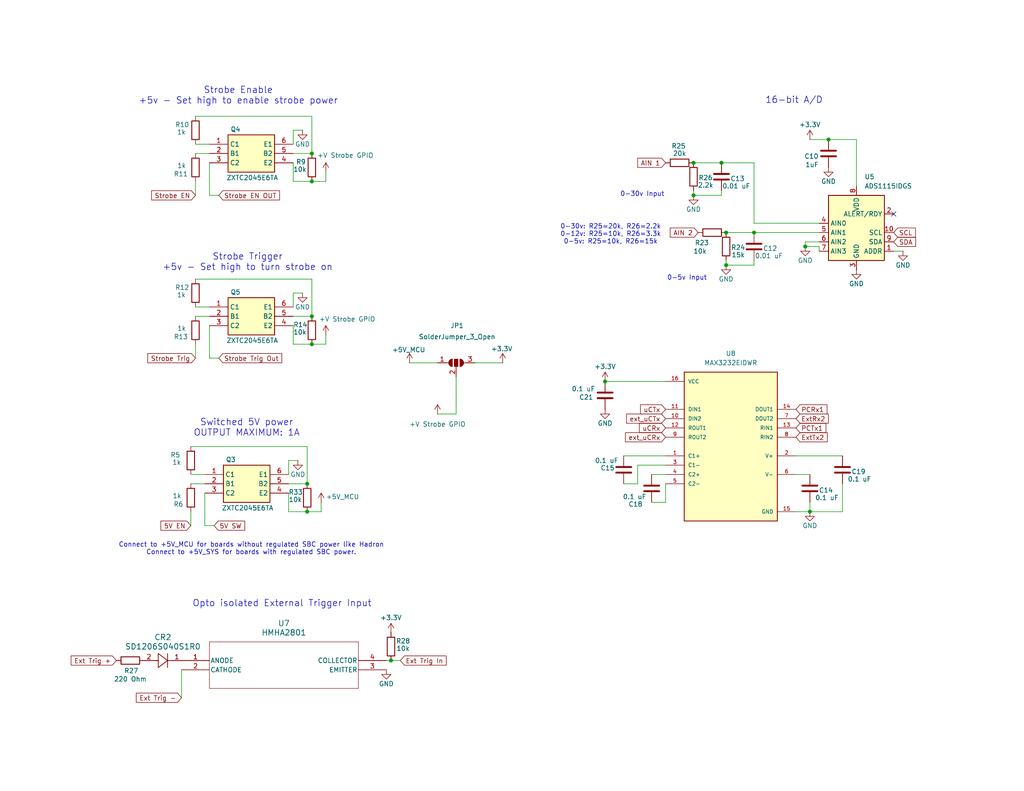
<source format=kicad_sch>
(kicad_sch (version 20250114) (generator "eeschema") (generator_version "9.0")
  (paper "USLetter")
  (title_block (title "Camtrawl Power and Control Board") (rev "3.0") (company "NOAA NMFS AFSC MACE") (comment 1 "rick.towler@noaa.gov") (comment 2 "Rick Towler"))
  (lib_symbols
    (symbol "+5V_MCU_1" (power) (pin_numbers (hide yes)) (pin_names (offset 0) (hide yes))
      (property "Value" "+5V_MCU" (at 0 3.556 0))
      (symbol "+5V_MCU_1_0_1"
        (polyline (pts (xy -0.762 1.27) (xy 0 2.54)))
        (polyline (pts (xy 0 2.54) (xy 0.762 1.27)))
        (polyline (pts (xy 0 0) (xy 0 2.54)))
      )
      (symbol "+5V_MCU_1_1_1"
        (pin power_in line (at 0 0 90) (length 0) (name "~") (number "1"))
      )
    )
    (symbol "+5V_MCU_2" (power) (pin_numbers (hide yes)) (pin_names (offset 0) (hide yes))
      (property "Value" "+5V_MCU" (at 0 3.556 0))
      (symbol "+5V_MCU_2_0_1"
        (polyline (pts (xy -0.762 1.27) (xy 0 2.54)))
        (polyline (pts (xy 0 2.54) (xy 0.762 1.27)))
        (polyline (pts (xy 0 0) (xy 0 2.54)))
      )
      (symbol "+5V_MCU_2_1_1"
        (pin power_in line (at 0 0 90) (length 0) (name "~") (number "1"))
      )
    )
    (symbol "Analog_ADC:ADS1115IDGS"
      (property "Reference" "U" (at 2.54 13.97 0))
      (property "Value" "ADS1115IDGS" (at 7.62 11.43 0))
      (symbol "ADS1115IDGS_0_1"
        (rectangle (start -7.62 10.16) (end 7.62 -7.62) (stroke (width 0.254)) (fill (type background)))
      )
      (symbol "ADS1115IDGS_1_1"
        (pin input line (at -10.16 2.54 0) (length 2.54) (name "AIN0") (number "4"))
        (pin input line (at -10.16 0 0) (length 2.54) (name "AIN1") (number "5"))
        (pin input line (at -10.16 -2.54 0) (length 2.54) (name "AIN2") (number "6"))
        (pin input line (at -10.16 -5.08 0) (length 2.54) (name "AIN3") (number "7"))
        (pin power_in line (at 0 12.7 270) (length 2.54) (name "VDD") (number "8"))
        (pin power_in line (at 0 -10.16 90) (length 2.54) (name "GND") (number "3"))
        (pin output line (at 10.16 5.08 180) (length 2.54) (name "ALERT/RDY") (number "2"))
        (pin input line (at 10.16 0 180) (length 2.54) (name "SCL") (number "10"))
        (pin bidirectional line (at 10.16 -2.54 180) (length 2.54) (name "SDA") (number "9"))
        (pin input line (at 10.16 -5.08 180) (length 2.54) (name "ADDR") (number "1"))
      )
    )
    (symbol "Device:C" (pin_numbers (hide yes)) (pin_names (offset 0.254))
      (property "Reference" "C" (at 0.635 2.54 0))
      (property "Value" "C" (at 0.635 -2.54 0))
      (symbol "C_0_1"
        (polyline (pts (xy -2.032 0.762) (xy 2.032 0.762)) (stroke (width 0.508)))
        (polyline (pts (xy -2.032 -0.762) (xy 2.032 -0.762)) (stroke (width 0.508)))
      )
      (symbol "C_1_1"
        (pin passive line (at 0 3.81 270) (length 2.794) (name "~") (number "1"))
        (pin passive line (at 0 -3.81 90) (length 2.794) (name "~") (number "2"))
      )
    )
    (symbol "Device:R" (pin_numbers (hide yes)) (pin_names (offset 0))
      (property "Reference" "R" (at 2.032 0 90))
      (property "Value" "R" (at 0 0 90))
      (symbol "R_0_1"
        (rectangle (start -1.016 -2.54) (end 1.016 2.54) (stroke (width 0.254)))
      )
      (symbol "R_1_1"
        (pin passive line (at 0 3.81 270) (length 1.27) (name "~") (number "1"))
        (pin passive line (at 0 -3.81 90) (length 1.27) (name "~") (number "2"))
      )
    )
    (symbol "Jumper:SolderJumper_3_Open" (pin_names (offset 0) (hide yes)) (exclude_from_sim yes) (in_bom no)
      (property "Reference" "JP" (at -2.54 -2.54 0))
      (property "Value" "SolderJumper_3_Open" (at 0 2.794 0))
      (symbol "SolderJumper_3_Open_0_1"
        (polyline (pts (xy -2.54 0) (xy -2.032 0)))
        (polyline (pts (xy -1.016 1.016) (xy -1.016 -1.016)))
        (arc (start -1.016 -1.016) (mid -2.0276 0) (end -1.016 1.016))
        (arc (start -1.016 -1.016) (mid -2.0276 0) (end -1.016 1.016) (fill (type outline)))
        (rectangle (start -0.508 1.016) (end 0.508 -1.016) (fill (type outline)))
        (polyline (pts (xy 0 -1.27) (xy 0 -1.016)))
        (arc (start 1.016 1.016) (mid 2.0276 0) (end 1.016 -1.016))
        (arc (start 1.016 1.016) (mid 2.0276 0) (end 1.016 -1.016) (fill (type outline)))
        (polyline (pts (xy 1.016 1.016) (xy 1.016 -1.016)))
        (polyline (pts (xy 2.54 0) (xy 2.032 0)))
      )
      (symbol "SolderJumper_3_Open_1_1"
        (pin passive line (at -5.08 0 0) (length 2.54) (name "A") (number "1"))
        (pin passive line (at 0 -3.81 90) (length 2.54) (name "C") (number "2"))
        (pin passive line (at 5.08 0 180) (length 2.54) (name "B") (number "3"))
      )
    )
    (symbol "Ricks_symbols:+V Strobe GPIO" (power) (pin_numbers (hide yes)) (pin_names (offset 0) (hide yes))
      (property "Value" "+V Strobe GPIO" (at 0 3.556 0))
      (symbol "+V Strobe GPIO_0_1"
        (polyline (pts (xy -0.762 1.27) (xy 0 2.54)))
        (polyline (pts (xy 0 2.54) (xy 0.762 1.27)))
        (polyline (pts (xy 0 0) (xy 0 2.54)))
      )
      (symbol "+V Strobe GPIO_1_1"
        (pin power_in line (at 0 0 90) (length 0) (name "~") (number "1"))
      )
    )
    (symbol "Ricks_symbols:HMHA2801" (pin_names (offset 0.254))
      (property "Reference" "U" (at 27.94 10.16 0))
      (property "Value" "HMHA2801" (at 27.94 7.62 0))
      (symbol "HMHA2801_0_1"
        (polyline (pts (xy 7.62 5.08) (xy 7.62 -7.62)) (stroke (width 0.127)))
        (polyline (pts (xy 7.62 -7.62) (xy 48.26 -7.62)) (stroke (width 0.127)))
        (polyline (pts (xy 48.26 5.08) (xy 7.62 5.08)) (stroke (width 0.127)))
        (polyline (pts (xy 48.26 -7.62) (xy 48.26 5.08)) (stroke (width 0.127)))
        (pin unspecified line (at 0 0 0) (length 7.62) (name "ANODE") (number "1"))
        (pin unspecified line (at 0 -2.54 0) (length 7.62) (name "CATHODE") (number "2"))
        (pin unspecified line (at 55.88 0 180) (length 7.62) (name "COLLECTOR") (number "4"))
        (pin unspecified line (at 55.88 -2.54 180) (length 7.62) (name "EMITTER") (number "3"))
      )
    )
    (symbol "Ricks_symbols:MAX3232EIPWR" (pin_names (offset 1.016))
      (property "Reference" "U" (at -12.7 21.59 0))
      (property "Value" "MAX3232EIPWR" (at -12.7 -22.86 0))
      (symbol "MAX3232EIPWR_0_0"
        (rectangle (start -12.7 -20.32) (end 12.7 20.32) (stroke (width 0.254)) (fill (type background)))
        (pin power_in line (at -17.78 17.78 0) (length 5.08) (name "VCC") (number "16"))
        (pin input line (at -17.78 10.16 0) (length 5.08) (name "DIN1") (number "11"))
        (pin input line (at -17.78 7.62 0) (length 5.08) (name "DIN2") (number "10"))
        (pin output line (at -17.78 5.08 0) (length 5.08) (name "ROUT1") (number "12"))
        (pin output line (at -17.78 2.54 0) (length 5.08) (name "ROUT2") (number "9"))
        (pin passive line (at -17.78 -2.54 0) (length 5.08) (name "C1+") (number "1"))
        (pin passive line (at -17.78 -5.08 0) (length 5.08) (name "C1-") (number "3"))
        (pin passive line (at -17.78 -7.62 0) (length 5.08) (name "C2+") (number "4"))
        (pin passive line (at -17.78 -10.16 0) (length 5.08) (name "C2-") (number "5"))
        (pin output line (at 17.78 10.16 180) (length 5.08) (name "DOUT1") (number "14"))
        (pin output line (at 17.78 7.62 180) (length 5.08) (name "DOUT2") (number "7"))
        (pin input line (at 17.78 5.08 180) (length 5.08) (name "RIN1") (number "13"))
        (pin input line (at 17.78 2.54 180) (length 5.08) (name "RIN2") (number "8"))
        (pin output line (at 17.78 -2.54 180) (length 5.08) (name "V+") (number "2"))
        (pin output line (at 17.78 -7.62 180) (length 5.08) (name "V-") (number "6"))
        (pin power_in line (at 17.78 -17.78 180) (length 5.08) (name "GND") (number "15"))
      )
    )
    (symbol "Ricks_symbols:SD1206S040S1R0" (pin_names (offset 0.254))
      (property "Reference" "CR" (at 5.08 4.445 0))
      (property "Value" "SD1206S040S1R0" (at 5.08 -3.81 0))
      (symbol "SD1206S040S1R0_1_1"
        (polyline (pts (xy 2.54 0) (xy 3.4798 0)) (stroke (width 0.2032)))
        (polyline (pts (xy 3.175 0) (xy 3.81 0)) (stroke (width 0.2032)))
        (polyline (pts (xy 3.81 1.905) (xy 3.81 -1.905)) (stroke (width 0.2032)))
        (polyline (pts (xy 3.81 -1.905) (xy 6.35 0)) (stroke (width 0.2032)))
        (polyline (pts (xy 6.35 0) (xy 3.81 1.905)) (stroke (width 0.2032)))
        (polyline (pts (xy 6.35 0) (xy 7.62 0)) (stroke (width 0.2032)))
        (polyline (pts (xy 6.35 -1.905) (xy 6.35 1.905)) (stroke (width 0.2032)))
        (pin unspecified line (at 0 0 0) (length 2.54) (name "") (number "2"))
        (pin unspecified line (at 10.16 0 180) (length 2.54) (name "") (number "1"))
      )
      (symbol "SD1206S040S1R0_1_2"
        (polyline (pts (xy -1.905 3.81) (xy 1.905 3.81)) (stroke (width 0.2032)))
        (polyline (pts (xy 0 6.35) (xy -1.905 3.81)) (stroke (width 0.2032)))
        (polyline (pts (xy 0 6.35) (xy 0 7.62)) (stroke (width 0.2032)))
        (polyline (pts (xy 0 3.175) (xy 0 3.81)) (stroke (width 0.2032)))
        (polyline (pts (xy 0 2.54) (xy 0 3.4798)) (stroke (width 0.2032)))
        (polyline (pts (xy 1.905 6.35) (xy -1.905 6.35)) (stroke (width 0.2032)))
        (polyline (pts (xy 1.905 3.81) (xy 0 6.35)) (stroke (width 0.2032)))
        (pin unspecified line (at 0 10.16 270) (length 2.54) (name "") (number "1"))
        (pin unspecified line (at 0 0 90) (length 2.54) (name "") (number "2"))
      )
    )
    (symbol "Ricks_symbols:ZXTC2045E6TA"
      (property "Reference" "Q" (at 4.826 7.62 0))
      (property "Value" "ZXTC2045E6TA" (at 4.826 5.08 0))
      (symbol "ZXTC2045E6TA_1_1"
        (rectangle (start 5.08 2.54) (end 17.78 -7.62) (stroke (width 0.254)) (fill (type background)))
        (pin passive line (at 0 0 0) (length 5.08) (name "C1") (number "1"))
        (pin passive line (at 0 -2.54 0) (length 5.08) (name "B1") (number "2"))
        (pin passive line (at 0 -5.08 0) (length 5.08) (name "C2") (number "3"))
        (pin passive line (at 22.86 0 180) (length 5.08) (name "E1") (number "6"))
        (pin passive line (at 22.86 -2.54 180) (length 5.08) (name "B2") (number "5"))
        (pin passive line (at 22.86 -5.08 180) (length 5.08) (name "E2") (number "4"))
      )
    )
    (symbol "power:+3.3V" (power) (pin_numbers (hide yes)) (pin_names (offset 0) (hide yes))
      (property "Value" "+3.3V" (at 0 3.556 0))
      (symbol "+3.3V_0_1"
        (polyline (pts (xy -0.762 1.27) (xy 0 2.54)))
        (polyline (pts (xy 0 2.54) (xy 0.762 1.27)))
        (polyline (pts (xy 0 0) (xy 0 2.54)))
      )
      (symbol "+3.3V_1_1"
        (pin power_in line (at 0 0 90) (length 0) (name "~") (number "1"))
      )
    )
    (symbol "power:GND" (power) (pin_numbers (hide yes)) (pin_names (offset 0) (hide yes))
      (property "Value" "GND" (at 0 -3.81 0))
      (symbol "GND_0_1"
        (polyline (pts (xy 0 0) (xy 0 -1.27) (xy 1.27 -1.27) (xy 0 -2.54) (xy -1.27 -1.27) (xy 0 -1.27)))
      )
      (symbol "GND_1_1"
        (pin power_in line (at 0 0 270) (length 0) (name "~") (number "1"))
      )
    )
    (symbol "power:GNDA" (power) (pin_numbers (hide yes)) (pin_names (offset 0) (hide yes))
      (property "Value" "GNDA" (at 0 -3.81 0))
      (symbol "GNDA_0_1"
        (polyline (pts (xy 0 0) (xy 0 -1.27) (xy 1.27 -1.27) (xy 0 -2.54) (xy -1.27 -1.27) (xy 0 -1.27)))
      )
      (symbol "GNDA_1_1"
        (pin power_in line (at 0 0 270) (length 0) (name "~") (number "1"))
      )
    )
  )
  (text "Switched 5V power\nOUTPUT MAXIMUM: 1A" (at 67.31 116.84 0) (effects (font (size 1.778 1.778))))
  (text "0-30v: R25=20k, R26=2.2k\n0-12v: R25=10k, R26=3.3k\n0-5v: R25=10k, R26=15k" (at 166.624 64.008 0) (effects (font (size 1.27 1.27))))
  (text "Opto isolated External Trigger Input" (at 76.962 164.846 0) (effects (font (size 1.778 1.778))))
  (text "16-bit A/D" (at 216.662 27.432 0) (effects (font (size 1.778 1.778))))
  (text "Strobe Trigger\n+5v - Set high to turn strobe on" (at 67.564 71.628 0) (effects (font (size 1.778 1.778))))
  (text "Connect to +5V_MCU for boards without regulated SBC power like Hadron\nConnect to +5V_SYS for boards with regulated SBC power." (at 68.58 149.86 0) (effects (font (size 1.27 1.27))))
  (text "0-30v Input" (at 175.26 53.086 0) (effects (font (size 1.27 1.27))))
  (text "Strobe Enable\n+5v - Set high to enable strobe power" (at 65.024 26.162 0) (effects (font (size 1.778 1.778))))
  (text "0-5v Input" (at 187.452 75.946 0) (effects (font (size 1.27 1.27))))
  (junction (at 85.09 41.91))
  (junction (at 106.68 180.34))
  (junction (at 189.23 53.34))
  (junction (at 198.12 72.39))
  (junction (at 226.06 38.1))
  (junction (at 189.23 44.45))
  (junction (at 83.82 139.7))
  (junction (at 83.82 132.08))
  (junction (at 196.85 44.45))
  (junction (at 205.74 63.5))
  (junction (at 220.98 139.7))
  (junction (at 85.09 86.36))
  (junction (at 85.09 49.53))
  (junction (at 198.12 63.5))
  (junction (at 219.71 67.31))
  (junction (at 85.09 93.98))
  (junction (at 165.1 104.14))
  (no_connect (at 243.84 58.42))
  (wire (pts (xy 85.09 49.53) (xy 88.9 49.53)))
  (wire (pts (xy 223.52 66.04) (xy 219.71 66.04)))
  (wire (pts (xy 181.61 132.08) (xy 181.61 137.16)))
  (wire (pts (xy 223.52 67.31) (xy 219.71 67.31)))
  (wire (pts (xy 55.88 143.51) (xy 58.42 143.51)))
  (wire (pts (xy 217.17 129.54) (xy 220.98 129.54)))
  (wire (pts (xy 85.09 31.75) (xy 53.34 31.75)))
  (wire (pts (xy 223.52 68.58) (xy 223.52 67.31)))
  (wire (pts (xy 205.74 44.45) (xy 205.74 60.96)))
  (wire (pts (xy 85.09 86.36) (xy 85.09 76.2)))
  (wire (pts (xy 49.53 182.88) (xy 49.53 190.5)))
  (wire (pts (xy 229.87 132.08) (xy 229.87 139.7)))
  (wire (pts (xy 88.9 46.99) (xy 88.9 49.53)))
  (wire (pts (xy 220.98 38.1) (xy 226.06 38.1)))
  (wire (pts (xy 78.74 134.62) (xy 78.74 139.7)))
  (wire (pts (xy 80.01 39.37) (xy 80.01 35.56)))
  (wire (pts (xy 181.61 127) (xy 173.99 127)))
  (wire (pts (xy 53.34 93.98) (xy 53.34 97.79)))
  (wire (pts (xy 165.1 104.14) (xy 181.61 104.14)))
  (wire (pts (xy 57.15 97.79) (xy 59.69 97.79)))
  (wire (pts (xy 198.12 63.5) (xy 205.74 63.5)))
  (wire (pts (xy 111.76 99.06) (xy 119.38 99.06)))
  (wire (pts (xy 53.34 86.36) (xy 57.15 86.36)))
  (wire (pts (xy 217.17 124.46) (xy 229.87 124.46)))
  (wire (pts (xy 83.82 139.7) (xy 87.63 139.7)))
  (wire (pts (xy 83.82 121.92) (xy 52.07 121.92)))
  (wire (pts (xy 124.46 113.03) (xy 119.38 113.03)))
  (wire (pts (xy 85.09 93.98) (xy 88.9 93.98)))
  (wire (pts (xy 196.85 52.07) (xy 196.85 53.34)))
  (wire (pts (xy 53.34 83.82) (xy 57.15 83.82)))
  (wire (pts (xy 78.74 129.54) (xy 78.74 125.73)))
  (wire (pts (xy 78.74 139.7) (xy 83.82 139.7)))
  (wire (pts (xy 53.34 41.91) (xy 57.15 41.91)))
  (wire (pts (xy 124.46 102.87) (xy 124.46 113.03)))
  (wire (pts (xy 80.01 80.01) (xy 82.55 80.01)))
  (wire (pts (xy 88.9 91.44) (xy 88.9 93.98)))
  (wire (pts (xy 80.01 35.56) (xy 82.55 35.56)))
  (wire (pts (xy 205.74 71.12) (xy 205.74 72.39)))
  (wire (pts (xy 189.23 53.34) (xy 196.85 53.34)))
  (wire (pts (xy 57.15 44.45) (xy 57.15 53.34)))
  (wire (pts (xy 52.07 129.54) (xy 55.88 129.54)))
  (wire (pts (xy 189.23 44.45) (xy 196.85 44.45)))
  (wire (pts (xy 55.88 134.62) (xy 55.88 143.51)))
  (wire (pts (xy 80.01 44.45) (xy 80.01 49.53)))
  (wire (pts (xy 83.82 133.35) (xy 83.82 132.08)))
  (wire (pts (xy 52.07 132.08) (xy 55.88 132.08)))
  (wire (pts (xy 205.74 60.96) (xy 223.52 60.96)))
  (wire (pts (xy 53.34 39.37) (xy 57.15 39.37)))
  (wire (pts (xy 189.23 53.34) (xy 189.23 52.07)))
  (wire (pts (xy 52.07 139.7) (xy 52.07 143.51)))
  (wire (pts (xy 80.01 86.36) (xy 85.09 86.36)))
  (wire (pts (xy 109.22 180.34) (xy 106.68 180.34)))
  (wire (pts (xy 87.63 137.16) (xy 87.63 139.7)))
  (wire (pts (xy 85.09 76.2) (xy 53.34 76.2)))
  (wire (pts (xy 220.98 137.16) (xy 220.98 139.7)))
  (wire (pts (xy 137.16 99.06) (xy 129.54 99.06)))
  (wire (pts (xy 80.01 41.91) (xy 85.09 41.91)))
  (wire (pts (xy 217.17 139.7) (xy 220.98 139.7)))
  (wire (pts (xy 196.85 44.45) (xy 205.74 44.45)))
  (wire (pts (xy 57.15 88.9) (xy 57.15 97.79)))
  (wire (pts (xy 80.01 88.9) (xy 80.01 93.98)))
  (wire (pts (xy 170.18 132.08) (xy 173.99 132.08)))
  (wire (pts (xy 220.98 139.7) (xy 229.87 139.7)))
  (wire (pts (xy 80.01 49.53) (xy 85.09 49.53)))
  (wire (pts (xy 177.8 129.54) (xy 181.61 129.54)))
  (wire (pts (xy 106.68 180.34) (xy 105.41 180.34)))
  (wire (pts (xy 219.71 66.04) (xy 219.71 67.31)))
  (wire (pts (xy 80.01 93.98) (xy 85.09 93.98)))
  (wire (pts (xy 243.84 68.58) (xy 246.38 68.58)))
  (wire (pts (xy 85.09 41.91) (xy 85.09 31.75)))
  (wire (pts (xy 57.15 53.34) (xy 59.69 53.34)))
  (wire (pts (xy 173.99 127) (xy 173.99 132.08)))
  (wire (pts (xy 53.34 49.53) (xy 53.34 53.34)))
  (wire (pts (xy 177.8 137.16) (xy 181.61 137.16)))
  (wire (pts (xy 233.68 38.1) (xy 233.68 50.8)))
  (wire (pts (xy 83.82 132.08) (xy 83.82 121.92)))
  (wire (pts (xy 85.09 43.18) (xy 85.09 41.91)))
  (wire (pts (xy 198.12 72.39) (xy 198.12 71.12)))
  (wire (pts (xy 78.74 132.08) (xy 83.82 132.08)))
  (wire (pts (xy 78.74 125.73) (xy 81.28 125.73)))
  (wire (pts (xy 85.09 87.63) (xy 85.09 86.36)))
  (wire (pts (xy 170.18 124.46) (xy 181.61 124.46)))
  (wire (pts (xy 205.74 63.5) (xy 223.52 63.5)))
  (wire (pts (xy 80.01 83.82) (xy 80.01 80.01)))
  (wire (pts (xy 226.06 38.1) (xy 233.68 38.1)))
  (wire (pts (xy 198.12 72.39) (xy 205.74 72.39)))
  (global_label "PCTx1" (shape input) (at 217.17 116.84 0) (property "Intersheetrefs" "${INTERSHEET_REFS}" (effects (hide yes))))
  (global_label "5V EN" (shape input) (at 52.07 143.51 180) (property "Intersheetrefs" "${INTERSHEET_REFS}" (effects (hide yes))))
  (global_label "AIN 1" (shape input) (at 181.61 44.45 180) (property "Intersheetrefs" "${INTERSHEET_REFS}" (effects (hide yes))))
  (global_label "uCTx" (shape input) (at 181.61 111.76 180) (property "Intersheetrefs" "${INTERSHEET_REFS}" (effects (hide yes))))
  (global_label "SDA" (shape input) (at 243.84 66.04 0) (property "Intersheetrefs" "${INTERSHEET_REFS}" (effects (hide yes))))
  (global_label "uCRx" (shape input) (at 181.61 116.84 180) (property "Intersheetrefs" "${INTERSHEET_REFS}" (effects (hide yes))))
  (global_label "ExtTx2" (shape input) (at 217.17 119.38 0) (property "Intersheetrefs" "${INTERSHEET_REFS}" (effects (hide yes))))
  (global_label "SCL" (shape input) (at 243.84 63.5 0) (property "Intersheetrefs" "${INTERSHEET_REFS}" (effects (hide yes))))
  (global_label "Ext Trig -" (shape input) (at 49.53 190.5 180) (property "Intersheetrefs" "${INTERSHEET_REFS}" (effects (hide yes))))
  (global_label "Ext Trig In" (shape input) (at 109.22 180.34 0) (property "Intersheetrefs" "${INTERSHEET_REFS}" (effects (hide yes))))
  (global_label "AIN 2" (shape input) (at 190.5 63.5 180) (property "Intersheetrefs" "${INTERSHEET_REFS}" (effects (hide yes))))
  (global_label "Strobe Trig Out" (shape input) (at 59.69 97.79 0) (property "Intersheetrefs" "${INTERSHEET_REFS}" (effects (hide yes))))
  (global_label "Strobe EN" (shape input) (at 53.34 53.34 180) (property "Intersheetrefs" "${INTERSHEET_REFS}" (effects (hide yes))))
  (global_label "ext_uCTx" (shape input) (at 181.61 114.3 180) (property "Intersheetrefs" "${INTERSHEET_REFS}" (effects (hide yes))))
  (global_label "ext_uCRx" (shape input) (at 181.61 119.38 180) (property "Intersheetrefs" "${INTERSHEET_REFS}" (effects (hide yes))))
  (global_label "ExtRx2" (shape input) (at 217.17 114.3 0) (property "Intersheetrefs" "${INTERSHEET_REFS}" (effects (hide yes))))
  (global_label "Ext Trig +" (shape input) (at 31.75 180.34 180) (property "Intersheetrefs" "${INTERSHEET_REFS}" (effects (hide yes))))
  (global_label "5V SW" (shape input) (at 58.42 143.51 0) (property "Intersheetrefs" "${INTERSHEET_REFS}" (effects (hide yes))))
  (global_label "Strobe EN OUT" (shape input) (at 59.69 53.34 0) (property "Intersheetrefs" "${INTERSHEET_REFS}" (effects (hide yes))))
  (global_label "PCRx1" (shape input) (at 217.17 111.76 0) (property "Intersheetrefs" "${INTERSHEET_REFS}" (effects (hide yes))))
  (global_label "Strobe Trig" (shape input) (at 53.34 97.79 180) (property "Intersheetrefs" "${INTERSHEET_REFS}" (effects (hide yes))))
  (symbol (lib_id "Device:C") (at 226.06 41.91 0) (unit 1)
    (property "Reference" "C10" (at 219.456 42.672 0) (effects (justify left)))
    (property "Value" "1uF" (at 219.71 44.958 0) (effects (justify left)))
    (property "Footprint" "Capacitor_SMD:C_0805_2012Metric" (effects (hide yes)))
    (property "Description" "Unpolarized capacitor" (effects (hide yes)))
  )
  (symbol (lib_id "Device:R") (at 189.23 48.26 180) (unit 1)
    (property "Reference" "R26" (at 192.532 48.514 0))
    (property "Value" "2.2k" (at 192.532 50.546 0))
    (property "Footprint" "Resistor_SMD:R_0805_2012Metric" (effects (hide yes)))
    (property "Description" "Resistor" (effects (hide yes)))
  )
  (symbol (lib_id "Device:C") (at 165.1 107.95 0) (unit 1)
    (property "Reference" "C21" (at 157.988 108.458 0) (effects (justify left)))
    (property "Value" "0.1 uF" (at 155.956 106.172 0) (effects (justify left)))
    (property "Footprint" "Capacitor_SMD:C_0805_2012Metric" (effects (hide yes)))
    (property "Description" "Unpolarized capacitor" (effects (hide yes)))
  )
  (symbol (lib_id "Ricks_symbols:+V Strobe GPIO") (at 119.38 113.03 0) (unit 1)
    (property "Reference" "#PWR055" (effects (hide yes)))
    (property "Value" "+V Strobe GPIO" (at 119.38 115.824 0))
    (property "Description" "Power symbol creates a global label with name {dblquote}+V Strobe GPIO{dblquote}" (effects (hide yes)))
  )
  (symbol (lib_id "Ricks_symbols:ZXTC2045E6TA") (at 55.88 129.54 0) (unit 1)
    (property "Reference" "Q3" (at 62.992 125.476 0))
    (property "Value" "ZXTC2045E6TA" (at 67.564 138.684 0))
    (property "Footprint" "SOT95P285X140-6N" (effects (hide yes)))
    (property "Datasheet" "https://www.diodes.com//assets/Datasheets/ZXTC2045E6.pdf" (effects (hide yes)))
    (property "Description" "Bipolar Transistors - BJT NPN & PNP 40 Volt" (effects (hide yes)))
    (property "Height" "1.4" (effects (hide yes)))
    (property "Manufacturer_Name" "Diodes Incorporated" (effects (hide yes)))
    (property "Manufacturer_Part_Number" "ZXTC2045E6TA" (effects (hide yes)))
    (property "Mouser Part Number" "522-ZXTC2045E6TA" (effects (hide yes)))
    (property "Mouser Price/Stock" "https://www.mouser.co.uk/ProductDetail/Diodes-Incorporated/ZXTC2045E6TA?qs=7EMYER6HMn2Anbc0TxXj9Q%3D%3D" (effects (hide yes)))
    (property "Arrow Part Number" "ZXTC2045E6TA" (effects (hide yes)))
    (property "Arrow Price/Stock" "https://www.arrow.com/en/products/zxtc2045e6ta/diodes-incorporated?region=nac" (effects (hide yes)))
  )
  (symbol (lib_id "power:+3.3V") (at 137.16 99.06 0) (unit 1)
    (property "Reference" "#PWR056" (effects (hide yes)))
    (property "Value" "+3.3V" (at 136.906 95.25 0))
    (property "Description" "Power symbol creates a global label with name \"+3.3V\"" (effects (hide yes)))
  )
  (symbol (lib_id "Device:R") (at 106.68 176.53 180) (unit 1)
    (property "Reference" "R28" (at 109.982 175.006 0))
    (property "Value" "10k" (at 109.982 177.038 0))
    (property "Footprint" "Resistor_SMD:R_0805_2012Metric" (effects (hide yes)))
    (property "Description" "Resistor" (effects (hide yes)))
  )
  (symbol (lib_id "Ricks_symbols:MAX3232EIPWR") (at 199.39 121.92 0) (unit 1)
    (property "Reference" "U8" (at 199.39 96.52 0))
    (property "Value" "MAX3232EIDWR" (at 199.39 99.06 0))
    (property "Footprint" "Package_SO:SOIC-16W_7.5x10.3mm_P1.27mm" (effects (hide yes)))
    (property "PARTREV" "D" (effects (hide yes)))
    (property "MANUFACTURER" "Texas Instruments" (effects (hide yes)))
    (property "MAXIMUM_PACKAGE_HEIGHT" "1.2 mm" (effects (hide yes)))
    (property "STANDARD" "IPC 7351B" (effects (hide yes)))
  )
  (symbol (lib_id "Device:C") (at 220.98 133.35 180) (unit 1)
    (property "Reference" "C14" (at 227.33 133.858 0) (effects (justify left)))
    (property "Value" "0.1 uF" (at 228.854 135.89 0) (effects (justify left)))
    (property "Footprint" "Capacitor_SMD:C_0805_2012Metric" (effects (hide yes)))
    (property "Description" "Unpolarized capacitor" (effects (hide yes)))
  )
  (symbol (lib_id "power:GND") (at 82.55 35.56 0) (unit 1)
    (property "Reference" "#PWR023" (effects (hide yes)))
    (property "Value" "GND" (at 82.55 39.37 0))
    (property "Description" "Power symbol creates a global label with name \"GND\" , ground" (effects (hide yes)))
  )
  (symbol (lib_id "Ricks_symbols:+V Strobe GPIO") (at 88.9 46.99 0) (unit 1)
    (property "Reference" "#PWR024" (effects (hide yes)))
    (property "Value" "+V Strobe GPIO" (at 94.234 42.418 0))
    (property "Description" "Power symbol creates a global label with name {dblquote}+V Strobe GPIO{dblquote}" (effects (hide yes)))
  )
  (symbol (lib_id "Device:R") (at 53.34 80.01 180) (unit 1)
    (property "Reference" "R12" (at 47.752 78.486 0) (effects (justify right)))
    (property "Value" "1k" (at 48.26 80.518 0) (effects (justify right)))
    (property "Footprint" "Resistor_SMD:R_0805_2012Metric" (effects (hide yes)))
    (property "Description" "Resistor" (effects (hide yes)))
  )
  (symbol (lib_id "Device:R") (at 185.42 44.45 90) (unit 1)
    (property "Reference" "R25" (at 185.166 39.878 90))
    (property "Value" "20k" (at 185.42 41.91 90))
    (property "Footprint" "Resistor_SMD:R_0805_2012Metric" (effects (hide yes)))
    (property "Description" "Resistor" (effects (hide yes)))
  )
  (symbol (lib_id "power:+3.3V") (at 220.98 38.1 0) (unit 1)
    (property "Reference" "#PWR040" (effects (hide yes)))
    (property "Value" "+3.3V" (at 220.98 34.036 0))
    (property "Description" "Power symbol creates a global label with name \"+3.3V\"" (effects (hide yes)))
  )
  (symbol (lib_id "Device:C") (at 205.74 67.31 180) (unit 1)
    (property "Reference" "C12" (at 212.09 67.818 0) (effects (justify left)))
    (property "Value" "0.01 uF" (at 213.614 69.85 0) (effects (justify left)))
    (property "Footprint" "Capacitor_SMD:C_0805_2012Metric" (effects (hide yes)))
    (property "Description" "Unpolarized capacitor" (effects (hide yes)))
  )
  (symbol (lib_id "Device:C") (at 177.8 133.35 0) (unit 1)
    (property "Reference" "C18" (at 171.45 137.668 0) (effects (justify left)))
    (property "Value" "0.1 uF" (at 169.926 135.636 0) (effects (justify left)))
    (property "Footprint" "Capacitor_SMD:C_0805_2012Metric" (effects (hide yes)))
    (property "Description" "Unpolarized capacitor" (effects (hide yes)))
  )
  (symbol (lib_id "power:GNDA") (at 198.12 72.39 0) (unit 1)
    (property "Reference" "#PWR036" (effects (hide yes)))
    (property "Value" "GND" (at 198.12 76.2 0))
    (property "Description" "Power symbol creates a global label with name \"GNDA\" , analog ground" (effects (hide yes)))
  )
  (symbol (lib_id "Ricks_symbols:+V Strobe GPIO") (at 88.9 91.44 0) (unit 1)
    (property "Reference" "#PWR057" (effects (hide yes)))
    (property "Value" "+V Strobe GPIO" (at 94.742 87.122 0))
    (property "Description" "Power symbol creates a global label with name {dblquote}+V Strobe GPIO{dblquote}" (effects (hide yes)))
  )
  (symbol (lib_id "power:GNDA") (at 246.38 68.58 0) (unit 1)
    (property "Reference" "#PWR038" (effects (hide yes)))
    (property "Value" "GND" (at 246.38 72.39 0))
    (property "Description" "Power symbol creates a global label with name \"GNDA\" , analog ground" (effects (hide yes)))
  )
  (symbol (lib_id "Device:C") (at 229.87 128.27 180) (unit 1)
    (property "Reference" "C19" (at 236.22 128.778 0) (effects (justify left)))
    (property "Value" "0.1 uF" (at 237.744 130.81 0) (effects (justify left)))
    (property "Footprint" "Capacitor_SMD:C_0805_2012Metric" (effects (hide yes)))
    (property "Description" "Unpolarized capacitor" (effects (hide yes)))
  )
  (symbol (lib_id "Device:R") (at 53.34 45.72 0) (unit 1)
    (property "Reference" "R11" (at 51.308 47.498 0) (effects (justify right)))
    (property "Value" "1k" (at 50.8 45.212 0) (effects (justify right)))
    (property "Footprint" "Resistor_SMD:R_0805_2012Metric" (effects (hide yes)))
    (property "Description" "Resistor" (effects (hide yes)))
  )
  (symbol (lib_id "power:GND") (at 226.06 45.72 0) (unit 1)
    (property "Reference" "#PWR039" (effects (hide yes)))
    (property "Value" "GND" (at 226.06 49.53 0))
    (property "Description" "Power symbol creates a global label with name \"GND\" , ground" (effects (hide yes)))
  )
  (symbol (lib_id "power:GNDA") (at 165.1 111.76 0) (unit 1)
    (property "Reference" "#PWR052" (effects (hide yes)))
    (property "Value" "GND" (at 165.1 115.57 0))
    (property "Description" "Power symbol creates a global label with name \"GNDA\" , analog ground" (effects (hide yes)))
  )
  (symbol (lib_id "Device:R") (at 85.09 45.72 180) (unit 1)
    (property "Reference" "R9" (at 80.772 44.196 0) (effects (justify right)))
    (property "Value" "10k" (at 80.01 46.228 0) (effects (justify right)))
    (property "Footprint" "Resistor_SMD:R_0805_2012Metric" (effects (hide yes)))
    (property "Description" "Resistor" (effects (hide yes)))
  )
  (symbol (lib_name "+5V_MCU_2") (lib_id "Ricks_symbols:+5V_MCU") (at 111.76 99.06 0) (unit 1)
    (property "Reference" "#PWR026" (effects (hide yes)))
    (property "Value" "+5V_MCU" (at 111.506 95.504 0))
    (property "Description" "Power symbol creates a global label with name \"+5V_MCU\"" (effects (hide yes)))
  )
  (symbol (lib_id "Device:C") (at 196.85 48.26 180) (unit 1)
    (property "Reference" "C13" (at 203.2 48.768 0) (effects (justify left)))
    (property "Value" "0.01 uF" (at 204.724 50.8 0) (effects (justify left)))
    (property "Footprint" "Capacitor_SMD:C_0805_2012Metric" (effects (hide yes)))
    (property "Description" "Unpolarized capacitor" (effects (hide yes)))
  )
  (symbol (lib_id "Jumper:SolderJumper_3_Open") (at 124.46 99.06 0) (unit 1) (exclude_from_sim yes) (in_bom no)
    (property "Reference" "JP1" (at 124.714 88.9 0))
    (property "Value" "SolderJumper_3_Open" (at 124.714 91.948 0))
    (property "Footprint" "Jumper:SolderJumper-3_P1.3mm_Bridged12_RoundedPad1.0x1.5mm" (effects (hide yes)))
    (property "Description" "Solder Jumper, 3-pole, open" (effects (hide yes)))
  )
  (symbol (lib_id "Analog_ADC:ADS1115IDGS") (at 233.68 63.5 0) (unit 1)
    (property "Reference" "U5" (at 235.8741 48.26 0) (effects (justify left)))
    (property "Value" "ADS1115IDGS" (at 235.8741 50.8 0) (effects (justify left)))
    (property "Footprint" "Package_SO:TSSOP-10_3x3mm_P0.5mm" (effects (hide yes)))
    (property "Datasheet" "http://www.ti.com/lit/ds/symlink/ads1113.pdf" (effects (hide yes)))
    (property "Description" "Ultra-Small, Low-Power, I2C-Compatible, 860-SPS, 16-Bit ADCs With Internal Reference, Oscillator, and Programmable Comparator, VSSOP-10" (effects (hide yes)))
  )
  (symbol (lib_id "Device:R") (at 85.09 90.17 180) (unit 1)
    (property "Reference" "R14" (at 80.01 88.646 0) (effects (justify right)))
    (property "Value" "10k" (at 80.01 90.678 0) (effects (justify right)))
    (property "Footprint" "Resistor_SMD:R_0805_2012Metric" (effects (hide yes)))
    (property "Description" "Resistor" (effects (hide yes)))
  )
  (symbol (lib_id "power:+3.3V") (at 106.68 172.72 0) (unit 1)
    (property "Reference" "#PWR050" (effects (hide yes)))
    (property "Value" "+3.3V" (at 106.68 168.656 0))
    (property "Description" "Power symbol creates a global label with name \"+3.3V\"" (effects (hide yes)))
  )
  (symbol (lib_id "Device:R") (at 52.07 135.89 0) (unit 1)
    (property "Reference" "R6" (at 50.038 137.668 0) (effects (justify right)))
    (property "Value" "1k" (at 49.53 135.382 0) (effects (justify right)))
    (property "Footprint" "Resistor_SMD:R_0805_2012Metric" (effects (hide yes)))
    (property "Description" "Resistor" (effects (hide yes)))
  )
  (symbol (lib_id "Device:R") (at 194.31 63.5 90) (unit 1)
    (property "Reference" "R23" (at 191.516 66.294 90))
    (property "Value" "10k" (at 191.008 68.58 90))
    (property "Footprint" "Resistor_SMD:R_0805_2012Metric" (effects (hide yes)))
    (property "Description" "Resistor" (effects (hide yes)))
  )
  (symbol (lib_id "Ricks_symbols:HMHA2801") (at 49.53 180.34 0) (unit 1)
    (property "Reference" "U7" (at 77.47 170.18 0) (effects (font (size 1.524 1.524))))
    (property "Value" "HMHA2801" (at 77.47 172.72 0) (effects (font (size 1.524 1.524))))
    (property "Footprint" "Ricks_Library:MFP4_2P6X4P4_ONS" (effects (hide yes)))
    (property "Datasheet" "HMHA2801" (effects (hide yes)))
    (property "Description" "OPTOISO 3.75KV TRANSISTOR 4SMD" (effects (hide yes)))
  )
  (symbol (lib_id "Device:C") (at 170.18 128.27 0) (unit 1)
    (property "Reference" "C15" (at 163.83 127.762 0) (effects (justify left)))
    (property "Value" "0.1 uF" (at 162.306 125.73 0) (effects (justify left)))
    (property "Footprint" "Capacitor_SMD:C_0805_2012Metric" (effects (hide yes)))
    (property "Description" "Unpolarized capacitor" (effects (hide yes)))
  )
  (symbol (lib_id "Device:R") (at 53.34 35.56 180) (unit 1)
    (property "Reference" "R10" (at 47.752 34.036 0) (effects (justify right)))
    (property "Value" "1k" (at 48.26 36.068 0) (effects (justify right)))
    (property "Footprint" "Resistor_SMD:R_0805_2012Metric" (effects (hide yes)))
    (property "Description" "Resistor" (effects (hide yes)))
  )
  (symbol (lib_id "power:GNDA") (at 233.68 73.66 0) (unit 1)
    (property "Reference" "#PWR042" (effects (hide yes)))
    (property "Value" "GND" (at 233.68 77.47 0))
    (property "Description" "Power symbol creates a global label with name \"GNDA\" , analog ground" (effects (hide yes)))
  )
  (symbol (lib_id "Device:R") (at 53.34 90.17 0) (unit 1)
    (property "Reference" "R13" (at 51.308 91.948 0) (effects (justify right)))
    (property "Value" "1k" (at 50.8 89.662 0) (effects (justify right)))
    (property "Footprint" "Resistor_SMD:R_0805_2012Metric" (effects (hide yes)))
    (property "Description" "Resistor" (effects (hide yes)))
  )
  (symbol (lib_name "+5V_MCU_1") (lib_id "Ricks_symbols:+5V_MCU") (at 87.63 137.16 0) (unit 1)
    (property "Reference" "#PWR015" (effects (hide yes)))
    (property "Value" "+5V_MCU" (at 93.472 135.636 0))
    (property "Description" "Power symbol creates a global label with name \"+5V_MCU\"" (effects (hide yes)))
  )
  (symbol (lib_id "power:+3.3V") (at 165.1 104.14 0) (unit 1)
    (property "Reference" "#PWR053" (effects (hide yes)))
    (property "Value" "+3.3V" (at 165.1 100.076 0))
    (property "Description" "Power symbol creates a global label with name \"+3.3V\"" (effects (hide yes)))
  )
  (symbol (lib_id "power:GND") (at 81.28 125.73 0) (unit 1)
    (property "Reference" "#PWR013" (effects (hide yes)))
    (property "Value" "GND" (at 81.28 129.54 0))
    (property "Description" "Power symbol creates a global label with name \"GND\" , ground" (effects (hide yes)))
  )
  (symbol (lib_id "power:GNDA") (at 219.71 67.31 0) (unit 1)
    (property "Reference" "#PWR043" (effects (hide yes)))
    (property "Value" "GND" (at 219.71 71.12 0))
    (property "Description" "Power symbol creates a global label with name \"GNDA\" , analog ground" (effects (hide yes)))
  )
  (symbol (lib_id "Device:R") (at 52.07 125.73 180) (unit 1)
    (property "Reference" "R5" (at 46.482 124.206 0) (effects (justify right)))
    (property "Value" "1k" (at 46.99 126.238 0) (effects (justify right)))
    (property "Footprint" "Resistor_SMD:R_0805_2012Metric" (effects (hide yes)))
    (property "Description" "Resistor" (effects (hide yes)))
  )
  (symbol (lib_id "power:GNDA") (at 220.98 139.7 0) (unit 1)
    (property "Reference" "#PWR044" (effects (hide yes)))
    (property "Value" "GND" (at 220.98 143.51 0))
    (property "Description" "Power symbol creates a global label with name \"GNDA\" , analog ground" (effects (hide yes)))
  )
  (symbol (lib_id "Ricks_symbols:ZXTC2045E6TA") (at 57.15 83.82 0) (unit 1)
    (property "Reference" "Q5" (at 64.262 79.756 0))
    (property "Value" "ZXTC2045E6TA" (at 68.834 92.964 0))
    (property "Footprint" "SOT95P285X140-6N" (effects (hide yes)))
    (property "Datasheet" "https://www.diodes.com//assets/Datasheets/ZXTC2045E6.pdf" (effects (hide yes)))
    (property "Description" "Bipolar Transistors - BJT NPN & PNP 40 Volt" (effects (hide yes)))
    (property "Height" "1.4" (effects (hide yes)))
    (property "Manufacturer_Name" "Diodes Incorporated" (effects (hide yes)))
    (property "Manufacturer_Part_Number" "ZXTC2045E6TA" (effects (hide yes)))
    (property "Mouser Part Number" "522-ZXTC2045E6TA" (effects (hide yes)))
    (property "Mouser Price/Stock" "https://www.mouser.co.uk/ProductDetail/Diodes-Incorporated/ZXTC2045E6TA?qs=7EMYER6HMn2Anbc0TxXj9Q%3D%3D" (effects (hide yes)))
    (property "Arrow Part Number" "ZXTC2045E6TA" (effects (hide yes)))
    (property "Arrow Price/Stock" "https://www.arrow.com/en/products/zxtc2045e6ta/diodes-incorporated?region=nac" (effects (hide yes)))
  )
  (symbol (lib_id "Device:R") (at 198.12 67.31 180) (unit 1)
    (property "Reference" "R24" (at 201.422 67.564 0))
    (property "Value" "15k" (at 201.422 69.596 0))
    (property "Footprint" "Resistor_SMD:R_0805_2012Metric" (effects (hide yes)))
    (property "Description" "Resistor" (effects (hide yes)))
  )
  (symbol (lib_id "Device:R") (at 35.56 180.34 90) (unit 1)
    (property "Reference" "R27" (at 35.814 183.134 90))
    (property "Value" "220 Ohm" (at 35.56 185.42 90))
    (property "Footprint" "Resistor_SMD:R_0805_2012Metric" (effects (hide yes)))
    (property "Description" "Resistor" (effects (hide yes)))
  )
  (symbol (lib_id "power:GND") (at 82.55 80.01 0) (unit 1)
    (property "Reference" "#PWR025" (effects (hide yes)))
    (property "Value" "GND" (at 82.55 83.82 0))
    (property "Description" "Power symbol creates a global label with name \"GND\" , ground" (effects (hide yes)))
  )
  (symbol (lib_id "Device:R") (at 83.82 135.89 180) (unit 1)
    (property "Reference" "R33" (at 78.74 134.366 0) (effects (justify right)))
    (property "Value" "10k" (at 78.74 136.398 0) (effects (justify right)))
    (property "Footprint" "Resistor_SMD:R_0805_2012Metric" (effects (hide yes)))
    (property "Description" "Resistor" (effects (hide yes)))
  )
  (symbol (lib_id "Ricks_symbols:ZXTC2045E6TA") (at 57.15 39.37 0) (unit 1)
    (property "Reference" "Q4" (at 64.262 35.306 0))
    (property "Value" "ZXTC2045E6TA" (at 68.834 48.514 0))
    (property "Footprint" "SOT95P285X140-6N" (effects (hide yes)))
    (property "Datasheet" "https://www.diodes.com//assets/Datasheets/ZXTC2045E6.pdf" (effects (hide yes)))
    (property "Description" "Bipolar Transistors - BJT NPN & PNP 40 Volt" (effects (hide yes)))
    (property "Height" "1.4" (effects (hide yes)))
    (property "Manufacturer_Name" "Diodes Incorporated" (effects (hide yes)))
    (property "Manufacturer_Part_Number" "ZXTC2045E6TA" (effects (hide yes)))
    (property "Mouser Part Number" "522-ZXTC2045E6TA" (effects (hide yes)))
    (property "Mouser Price/Stock" "https://www.mouser.co.uk/ProductDetail/Diodes-Incorporated/ZXTC2045E6TA?qs=7EMYER6HMn2Anbc0TxXj9Q%3D%3D" (effects (hide yes)))
    (property "Arrow Part Number" "ZXTC2045E6TA" (effects (hide yes)))
    (property "Arrow Price/Stock" "https://www.arrow.com/en/products/zxtc2045e6ta/diodes-incorporated?region=nac" (effects (hide yes)))
  )
  (symbol (lib_id "power:GND") (at 105.41 182.88 0) (unit 1)
    (property "Reference" "#PWR049" (effects (hide yes)))
    (property "Value" "GND" (at 105.41 186.69 0))
    (property "Description" "Power symbol creates a global label with name \"GND\" , ground" (effects (hide yes)))
  )
  (symbol (lib_id "Ricks_symbols:SD1206S040S1R0") (at 39.37 180.34 0) (unit 1)
    (property "Reference" "CR2" (at 44.45 173.99 0) (effects (font (size 1.524 1.524))))
    (property "Value" "SD1206S040S1R0" (at 44.45 176.53 0) (effects (font (size 1.524 1.524))))
    (property "Footprint" "Ricks_Library:SD1206_AVX" (effects (hide yes)))
    (property "Datasheet" "SD1206S040S1R0" (effects (hide yes)))
    (property "Description" "DIODE SCHOTTKY 40V 1A 1206" (effects (hide yes)))
  )
  (symbol (lib_id "power:GNDA") (at 189.23 53.34 0) (unit 1)
    (property "Reference" "#PWR037" (effects (hide yes)))
    (property "Value" "GND" (at 189.23 57.15 0))
    (property "Description" "Power symbol creates a global label with name \"GNDA\" , analog ground" (effects (hide yes)))
  )
)
</source>
